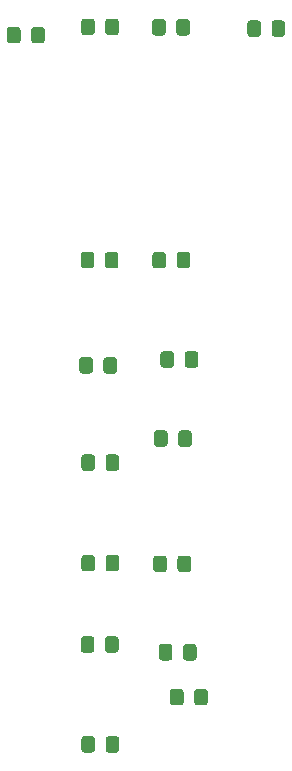
<source format=gbr>
G04 #@! TF.GenerationSoftware,KiCad,Pcbnew,5.1.6-c6e7f7d~86~ubuntu18.04.1*
G04 #@! TF.CreationDate,2020-06-20T10:02:23-04:00*
G04 #@! TF.ProjectId,sub_osc_board,7375625f-6f73-4635-9f62-6f6172642e6b,rev?*
G04 #@! TF.SameCoordinates,Original*
G04 #@! TF.FileFunction,Paste,Bot*
G04 #@! TF.FilePolarity,Positive*
%FSLAX46Y46*%
G04 Gerber Fmt 4.6, Leading zero omitted, Abs format (unit mm)*
G04 Created by KiCad (PCBNEW 5.1.6-c6e7f7d~86~ubuntu18.04.1) date 2020-06-20 10:02:23*
%MOMM*%
%LPD*%
G01*
G04 APERTURE LIST*
G04 APERTURE END LIST*
G36*
G01*
X86425000Y-60050001D02*
X86425000Y-59149999D01*
G75*
G02*
X86674999Y-58900000I249999J0D01*
G01*
X87325001Y-58900000D01*
G75*
G02*
X87575000Y-59149999I0J-249999D01*
G01*
X87575000Y-60050001D01*
G75*
G02*
X87325001Y-60300000I-249999J0D01*
G01*
X86674999Y-60300000D01*
G75*
G02*
X86425000Y-60050001I0J249999D01*
G01*
G37*
G36*
G01*
X84375000Y-60050001D02*
X84375000Y-59149999D01*
G75*
G02*
X84624999Y-58900000I249999J0D01*
G01*
X85275001Y-58900000D01*
G75*
G02*
X85525000Y-59149999I0J-249999D01*
G01*
X85525000Y-60050001D01*
G75*
G02*
X85275001Y-60300000I-249999J0D01*
G01*
X84624999Y-60300000D01*
G75*
G02*
X84375000Y-60050001I0J249999D01*
G01*
G37*
G36*
G01*
X91825000Y-119199999D02*
X91825000Y-120100001D01*
G75*
G02*
X91575001Y-120350000I-249999J0D01*
G01*
X90924999Y-120350000D01*
G75*
G02*
X90675000Y-120100001I0J249999D01*
G01*
X90675000Y-119199999D01*
G75*
G02*
X90924999Y-118950000I249999J0D01*
G01*
X91575001Y-118950000D01*
G75*
G02*
X91825000Y-119199999I0J-249999D01*
G01*
G37*
G36*
G01*
X93875000Y-119199999D02*
X93875000Y-120100001D01*
G75*
G02*
X93625001Y-120350000I-249999J0D01*
G01*
X92974999Y-120350000D01*
G75*
G02*
X92725000Y-120100001I0J249999D01*
G01*
X92725000Y-119199999D01*
G75*
G02*
X92974999Y-118950000I249999J0D01*
G01*
X93625001Y-118950000D01*
G75*
G02*
X93875000Y-119199999I0J-249999D01*
G01*
G37*
G36*
G01*
X99325000Y-115199999D02*
X99325000Y-116100001D01*
G75*
G02*
X99075001Y-116350000I-249999J0D01*
G01*
X98424999Y-116350000D01*
G75*
G02*
X98175000Y-116100001I0J249999D01*
G01*
X98175000Y-115199999D01*
G75*
G02*
X98424999Y-114950000I249999J0D01*
G01*
X99075001Y-114950000D01*
G75*
G02*
X99325000Y-115199999I0J-249999D01*
G01*
G37*
G36*
G01*
X101375000Y-115199999D02*
X101375000Y-116100001D01*
G75*
G02*
X101125001Y-116350000I-249999J0D01*
G01*
X100474999Y-116350000D01*
G75*
G02*
X100225000Y-116100001I0J249999D01*
G01*
X100225000Y-115199999D01*
G75*
G02*
X100474999Y-114950000I249999J0D01*
G01*
X101125001Y-114950000D01*
G75*
G02*
X101375000Y-115199999I0J-249999D01*
G01*
G37*
G36*
G01*
X91775000Y-110749999D02*
X91775000Y-111650001D01*
G75*
G02*
X91525001Y-111900000I-249999J0D01*
G01*
X90874999Y-111900000D01*
G75*
G02*
X90625000Y-111650001I0J249999D01*
G01*
X90625000Y-110749999D01*
G75*
G02*
X90874999Y-110500000I249999J0D01*
G01*
X91525001Y-110500000D01*
G75*
G02*
X91775000Y-110749999I0J-249999D01*
G01*
G37*
G36*
G01*
X93825000Y-110749999D02*
X93825000Y-111650001D01*
G75*
G02*
X93575001Y-111900000I-249999J0D01*
G01*
X92924999Y-111900000D01*
G75*
G02*
X92675000Y-111650001I0J249999D01*
G01*
X92675000Y-110749999D01*
G75*
G02*
X92924999Y-110500000I249999J0D01*
G01*
X93575001Y-110500000D01*
G75*
G02*
X93825000Y-110749999I0J-249999D01*
G01*
G37*
G36*
G01*
X98375000Y-111399999D02*
X98375000Y-112300001D01*
G75*
G02*
X98125001Y-112550000I-249999J0D01*
G01*
X97474999Y-112550000D01*
G75*
G02*
X97225000Y-112300001I0J249999D01*
G01*
X97225000Y-111399999D01*
G75*
G02*
X97474999Y-111150000I249999J0D01*
G01*
X98125001Y-111150000D01*
G75*
G02*
X98375000Y-111399999I0J-249999D01*
G01*
G37*
G36*
G01*
X100425000Y-111399999D02*
X100425000Y-112300001D01*
G75*
G02*
X100175001Y-112550000I-249999J0D01*
G01*
X99524999Y-112550000D01*
G75*
G02*
X99275000Y-112300001I0J249999D01*
G01*
X99275000Y-111399999D01*
G75*
G02*
X99524999Y-111150000I249999J0D01*
G01*
X100175001Y-111150000D01*
G75*
G02*
X100425000Y-111399999I0J-249999D01*
G01*
G37*
G36*
G01*
X91824500Y-103860179D02*
X91824500Y-104760181D01*
G75*
G02*
X91574501Y-105010180I-249999J0D01*
G01*
X90924499Y-105010180D01*
G75*
G02*
X90674500Y-104760181I0J249999D01*
G01*
X90674500Y-103860179D01*
G75*
G02*
X90924499Y-103610180I249999J0D01*
G01*
X91574501Y-103610180D01*
G75*
G02*
X91824500Y-103860179I0J-249999D01*
G01*
G37*
G36*
G01*
X93874500Y-103860179D02*
X93874500Y-104760181D01*
G75*
G02*
X93624501Y-105010180I-249999J0D01*
G01*
X92974499Y-105010180D01*
G75*
G02*
X92724500Y-104760181I0J249999D01*
G01*
X92724500Y-103860179D01*
G75*
G02*
X92974499Y-103610180I249999J0D01*
G01*
X93624501Y-103610180D01*
G75*
G02*
X93874500Y-103860179I0J-249999D01*
G01*
G37*
G36*
G01*
X97912660Y-103921139D02*
X97912660Y-104821141D01*
G75*
G02*
X97662661Y-105071140I-249999J0D01*
G01*
X97012659Y-105071140D01*
G75*
G02*
X96762660Y-104821141I0J249999D01*
G01*
X96762660Y-103921139D01*
G75*
G02*
X97012659Y-103671140I249999J0D01*
G01*
X97662661Y-103671140D01*
G75*
G02*
X97912660Y-103921139I0J-249999D01*
G01*
G37*
G36*
G01*
X99962660Y-103921139D02*
X99962660Y-104821141D01*
G75*
G02*
X99712661Y-105071140I-249999J0D01*
G01*
X99062659Y-105071140D01*
G75*
G02*
X98812660Y-104821141I0J249999D01*
G01*
X98812660Y-103921139D01*
G75*
G02*
X99062659Y-103671140I249999J0D01*
G01*
X99712661Y-103671140D01*
G75*
G02*
X99962660Y-103921139I0J-249999D01*
G01*
G37*
G36*
G01*
X91825660Y-95353719D02*
X91825660Y-96253721D01*
G75*
G02*
X91575661Y-96503720I-249999J0D01*
G01*
X90925659Y-96503720D01*
G75*
G02*
X90675660Y-96253721I0J249999D01*
G01*
X90675660Y-95353719D01*
G75*
G02*
X90925659Y-95103720I249999J0D01*
G01*
X91575661Y-95103720D01*
G75*
G02*
X91825660Y-95353719I0J-249999D01*
G01*
G37*
G36*
G01*
X93875660Y-95353719D02*
X93875660Y-96253721D01*
G75*
G02*
X93625661Y-96503720I-249999J0D01*
G01*
X92975659Y-96503720D01*
G75*
G02*
X92725660Y-96253721I0J249999D01*
G01*
X92725660Y-95353719D01*
G75*
G02*
X92975659Y-95103720I249999J0D01*
G01*
X93625661Y-95103720D01*
G75*
G02*
X93875660Y-95353719I0J-249999D01*
G01*
G37*
G36*
G01*
X97846840Y-78208719D02*
X97846840Y-79108721D01*
G75*
G02*
X97596841Y-79358720I-249999J0D01*
G01*
X96946839Y-79358720D01*
G75*
G02*
X96696840Y-79108721I0J249999D01*
G01*
X96696840Y-78208719D01*
G75*
G02*
X96946839Y-77958720I249999J0D01*
G01*
X97596841Y-77958720D01*
G75*
G02*
X97846840Y-78208719I0J-249999D01*
G01*
G37*
G36*
G01*
X99896840Y-78208719D02*
X99896840Y-79108721D01*
G75*
G02*
X99646841Y-79358720I-249999J0D01*
G01*
X98996839Y-79358720D01*
G75*
G02*
X98746840Y-79108721I0J249999D01*
G01*
X98746840Y-78208719D01*
G75*
G02*
X98996839Y-77958720I249999J0D01*
G01*
X99646841Y-77958720D01*
G75*
G02*
X99896840Y-78208719I0J-249999D01*
G01*
G37*
G36*
G01*
X91768400Y-78208719D02*
X91768400Y-79108721D01*
G75*
G02*
X91518401Y-79358720I-249999J0D01*
G01*
X90868399Y-79358720D01*
G75*
G02*
X90618400Y-79108721I0J249999D01*
G01*
X90618400Y-78208719D01*
G75*
G02*
X90868399Y-77958720I249999J0D01*
G01*
X91518401Y-77958720D01*
G75*
G02*
X91768400Y-78208719I0J-249999D01*
G01*
G37*
G36*
G01*
X93818400Y-78208719D02*
X93818400Y-79108721D01*
G75*
G02*
X93568401Y-79358720I-249999J0D01*
G01*
X92918399Y-79358720D01*
G75*
G02*
X92668400Y-79108721I0J249999D01*
G01*
X92668400Y-78208719D01*
G75*
G02*
X92918399Y-77958720I249999J0D01*
G01*
X93568401Y-77958720D01*
G75*
G02*
X93818400Y-78208719I0J-249999D01*
G01*
G37*
G36*
G01*
X97973620Y-93309019D02*
X97973620Y-94209021D01*
G75*
G02*
X97723621Y-94459020I-249999J0D01*
G01*
X97073619Y-94459020D01*
G75*
G02*
X96823620Y-94209021I0J249999D01*
G01*
X96823620Y-93309019D01*
G75*
G02*
X97073619Y-93059020I249999J0D01*
G01*
X97723621Y-93059020D01*
G75*
G02*
X97973620Y-93309019I0J-249999D01*
G01*
G37*
G36*
G01*
X100023620Y-93309019D02*
X100023620Y-94209021D01*
G75*
G02*
X99773621Y-94459020I-249999J0D01*
G01*
X99123619Y-94459020D01*
G75*
G02*
X98873620Y-94209021I0J249999D01*
G01*
X98873620Y-93309019D01*
G75*
G02*
X99123619Y-93059020I249999J0D01*
G01*
X99773621Y-93059020D01*
G75*
G02*
X100023620Y-93309019I0J-249999D01*
G01*
G37*
G36*
G01*
X91643940Y-87116499D02*
X91643940Y-88016501D01*
G75*
G02*
X91393941Y-88266500I-249999J0D01*
G01*
X90743939Y-88266500D01*
G75*
G02*
X90493940Y-88016501I0J249999D01*
G01*
X90493940Y-87116499D01*
G75*
G02*
X90743939Y-86866500I249999J0D01*
G01*
X91393941Y-86866500D01*
G75*
G02*
X91643940Y-87116499I0J-249999D01*
G01*
G37*
G36*
G01*
X93693940Y-87116499D02*
X93693940Y-88016501D01*
G75*
G02*
X93443941Y-88266500I-249999J0D01*
G01*
X92793939Y-88266500D01*
G75*
G02*
X92543940Y-88016501I0J249999D01*
G01*
X92543940Y-87116499D01*
G75*
G02*
X92793939Y-86866500I249999J0D01*
G01*
X93443941Y-86866500D01*
G75*
G02*
X93693940Y-87116499I0J-249999D01*
G01*
G37*
G36*
G01*
X97813820Y-58483079D02*
X97813820Y-59383081D01*
G75*
G02*
X97563821Y-59633080I-249999J0D01*
G01*
X96913819Y-59633080D01*
G75*
G02*
X96663820Y-59383081I0J249999D01*
G01*
X96663820Y-58483079D01*
G75*
G02*
X96913819Y-58233080I249999J0D01*
G01*
X97563821Y-58233080D01*
G75*
G02*
X97813820Y-58483079I0J-249999D01*
G01*
G37*
G36*
G01*
X99863820Y-58483079D02*
X99863820Y-59383081D01*
G75*
G02*
X99613821Y-59633080I-249999J0D01*
G01*
X98963819Y-59633080D01*
G75*
G02*
X98713820Y-59383081I0J249999D01*
G01*
X98713820Y-58483079D01*
G75*
G02*
X98963819Y-58233080I249999J0D01*
G01*
X99613821Y-58233080D01*
G75*
G02*
X99863820Y-58483079I0J-249999D01*
G01*
G37*
G36*
G01*
X91801420Y-58455139D02*
X91801420Y-59355141D01*
G75*
G02*
X91551421Y-59605140I-249999J0D01*
G01*
X90901419Y-59605140D01*
G75*
G02*
X90651420Y-59355141I0J249999D01*
G01*
X90651420Y-58455139D01*
G75*
G02*
X90901419Y-58205140I249999J0D01*
G01*
X91551421Y-58205140D01*
G75*
G02*
X91801420Y-58455139I0J-249999D01*
G01*
G37*
G36*
G01*
X93851420Y-58455139D02*
X93851420Y-59355141D01*
G75*
G02*
X93601421Y-59605140I-249999J0D01*
G01*
X92951419Y-59605140D01*
G75*
G02*
X92701420Y-59355141I0J249999D01*
G01*
X92701420Y-58455139D01*
G75*
G02*
X92951419Y-58205140I249999J0D01*
G01*
X93601421Y-58205140D01*
G75*
G02*
X93851420Y-58455139I0J-249999D01*
G01*
G37*
G36*
G01*
X105875000Y-58599999D02*
X105875000Y-59500001D01*
G75*
G02*
X105625001Y-59750000I-249999J0D01*
G01*
X104974999Y-59750000D01*
G75*
G02*
X104725000Y-59500001I0J249999D01*
G01*
X104725000Y-58599999D01*
G75*
G02*
X104974999Y-58350000I249999J0D01*
G01*
X105625001Y-58350000D01*
G75*
G02*
X105875000Y-58599999I0J-249999D01*
G01*
G37*
G36*
G01*
X107925000Y-58599999D02*
X107925000Y-59500001D01*
G75*
G02*
X107675001Y-59750000I-249999J0D01*
G01*
X107024999Y-59750000D01*
G75*
G02*
X106775000Y-59500001I0J249999D01*
G01*
X106775000Y-58599999D01*
G75*
G02*
X107024999Y-58350000I249999J0D01*
G01*
X107675001Y-58350000D01*
G75*
G02*
X107925000Y-58599999I0J-249999D01*
G01*
G37*
G36*
G01*
X98522480Y-86608499D02*
X98522480Y-87508501D01*
G75*
G02*
X98272481Y-87758500I-249999J0D01*
G01*
X97622479Y-87758500D01*
G75*
G02*
X97372480Y-87508501I0J249999D01*
G01*
X97372480Y-86608499D01*
G75*
G02*
X97622479Y-86358500I249999J0D01*
G01*
X98272481Y-86358500D01*
G75*
G02*
X98522480Y-86608499I0J-249999D01*
G01*
G37*
G36*
G01*
X100572480Y-86608499D02*
X100572480Y-87508501D01*
G75*
G02*
X100322481Y-87758500I-249999J0D01*
G01*
X99672479Y-87758500D01*
G75*
G02*
X99422480Y-87508501I0J249999D01*
G01*
X99422480Y-86608499D01*
G75*
G02*
X99672479Y-86358500I249999J0D01*
G01*
X100322481Y-86358500D01*
G75*
G02*
X100572480Y-86608499I0J-249999D01*
G01*
G37*
M02*

</source>
